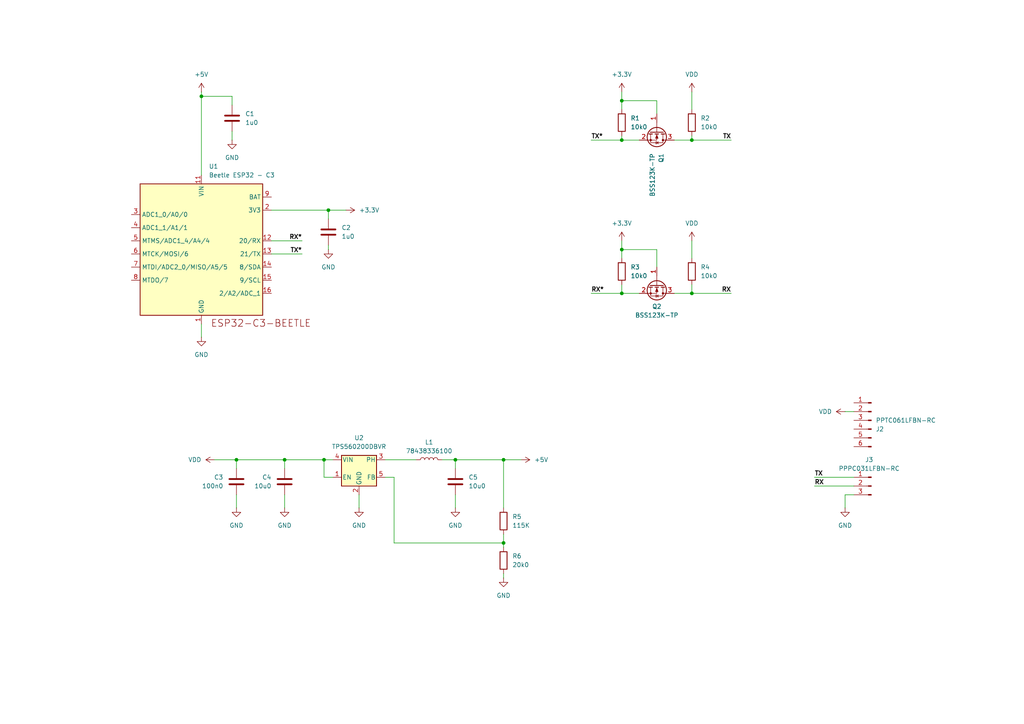
<source format=kicad_sch>
(kicad_sch (version 20250114) (generator "eeschema") (generator_version "9.0")
  (paper "A4")
  (lib_symbols
    (symbol "PPTC061LFBN-RC_1" (pin_names (offset 1.016) (hide yes))
      (property "Reference" "J" (at 0 7.62 0))
      (property "Value" "PPTC061LFBN-RC" (at 0 -10.16 0))
      (symbol "PPTC061LFBN-RC_1_1_1"
        (rectangle (start 0.8636 5.207) (end 0 4.953) (stroke (width 0.1524)) (fill (type outline)))
        (rectangle (start 0.8636 2.667) (end 0 2.413) (stroke (width 0.1524)) (fill (type outline)))
        (rectangle (start 0.8636 0.127) (end 0 -0.127) (stroke (width 0.1524)) (fill (type outline)))
        (rectangle (start 0.8636 -2.413) (end 0 -2.667) (stroke (width 0.1524)) (fill (type outline)))
        (rectangle (start 0.8636 -4.953) (end 0 -5.207) (stroke (width 0.1524)) (fill (type outline)))
        (rectangle (start 0.8636 -7.493) (end 0 -7.747) (stroke (width 0.1524)) (fill (type outline)))
        (polyline (pts (xy 1.27 5.08) (xy 0.8636 5.08)) (stroke (width 0.1524)))
        (polyline (pts (xy 1.27 2.54) (xy 0.8636 2.54)) (stroke (width 0.1524)))
        (polyline (pts (xy 1.27 0) (xy 0.8636 0)) (stroke (width 0.1524)))
        (polyline (pts (xy 1.27 -2.54) (xy 0.8636 -2.54)) (stroke (width 0.1524)))
        (polyline (pts (xy 1.27 -5.08) (xy 0.8636 -5.08)) (stroke (width 0.1524)))
        (polyline (pts (xy 1.27 -7.62) (xy 0.8636 -7.62)) (stroke (width 0.1524)))
        (pin passive line (at 5.08 5.08 180) (length 3.81) (name "Pin_1") (number "1"))
        (pin passive line (at 5.08 2.54 180) (length 3.81) (name "Pin_2") (number "2"))
        (pin passive line (at 5.08 0 180) (length 3.81) (name "Pin_3") (number "3"))
        (pin passive line (at 5.08 -2.54 180) (length 3.81) (name "Pin_4") (number "4"))
        (pin passive line (at 5.08 -5.08 180) (length 3.81) (name "Pin_5") (number "5"))
        (pin passive line (at 5.08 -7.62 180) (length 3.81) (name "Pin_6") (number "6"))
      )
    )
    (symbol "inventree:78438336100" (pin_numbers (hide yes)) (pin_names (offset 1.016) (hide yes))
      (property "Reference" "L" (at -1.27 0 90))
      (property "Value" "78438336100" (at 1.905 0 90))
      (symbol "78438336100_0_1"
        (arc (start 0 2.54) (mid 0.6323 1.905) (end 0 1.27))
        (arc (start 0 1.27) (mid 0.6323 0.635) (end 0 0))
        (arc (start 0 0) (mid 0.6323 -0.635) (end 0 -1.27))
        (arc (start 0 -1.27) (mid 0.6323 -1.905) (end 0 -2.54))
      )
      (symbol "78438336100_1_1"
        (pin passive line (at 0 3.81 270) (length 1.27) (name "1") (number "1"))
        (pin passive line (at 0 -3.81 90) (length 1.27) (name "2") (number "2"))
      )
    )
    (symbol "inventree:BSS123K-TP" (pin_names (offset 0) (hide yes))
      (property "Reference" "Q" (at 5.08 1.905 0))
      (property "Value" "BSS123K-TP" (at 5.08 0 0))
      (symbol "BSS123K-TP_0_1"
        (polyline (pts (xy 0.254 1.905) (xy 0.254 -1.905)) (stroke (width 0.254)))
        (polyline (pts (xy 0.254 0) (xy -2.54 0)))
        (polyline (pts (xy 0.762 2.286) (xy 0.762 1.27)) (stroke (width 0.254)))
        (polyline (pts (xy 0.762 0.508) (xy 0.762 -0.508)) (stroke (width 0.254)))
        (polyline (pts (xy 0.762 -1.27) (xy 0.762 -2.286)) (stroke (width 0.254)))
        (polyline (pts (xy 0.762 -1.778) (xy 3.302 -1.778) (xy 3.302 1.778) (xy 0.762 1.778)))
        (polyline (pts (xy 1.016 0) (xy 2.032 0.381) (xy 2.032 -0.381) (xy 1.016 0)) (fill (type outline)))
        (circle (center 1.651 0) (radius 2.794) (stroke (width 0.254)))
        (polyline (pts (xy 2.54 2.54) (xy 2.54 1.778)))
        (circle (center 2.54 1.778) (radius 0.254) (fill (type outline)))
        (circle (center 2.54 -1.778) (radius 0.254) (fill (type outline)))
        (polyline (pts (xy 2.54 -2.54) (xy 2.54 0) (xy 0.762 0)))
        (polyline (pts (xy 2.921 0.381) (xy 3.683 0.381)))
        (polyline (pts (xy 3.302 0.381) (xy 2.921 -0.254) (xy 3.683 -0.254) (xy 3.302 0.381)))
      )
      (symbol "BSS123K-TP_1_1"
        (pin input line (at -5.08 0 0) (length 2.54) (name "G") (number "1"))
        (pin passive line (at 2.54 5.08 270) (length 2.54) (name "D") (number "3"))
        (pin passive line (at 2.54 -5.08 90) (length 2.54) (name "S") (number "2"))
      )
    )
    (symbol "inventree:Beetle ESP32 - C3"
      (property "Reference" "U" (at -17.018 21.59 0))
      (property "Value" "Beetle ESP32 - C3" (at 1.016 21.59 0))
      (symbol "Beetle ESP32 - C3_0_1"
        (rectangle (start -17.78 20.32) (end 17.78 -17.78) (stroke (width 0.254)) (fill (type background)))
      )
      (symbol "Beetle ESP32 - C3_1_1"
        (text "ESP32-C3-BEETLE\n" (at 17.272 -20.066 0) (effects (font (size 2 2))))
        (pin bidirectional line (at -20.32 11.43 0) (length 2.54) (name "ADC1_0/A0/0") (number "3"))
        (pin bidirectional line (at -20.32 7.62 0) (length 2.54) (name "ADC1_1/A1/1") (number "4"))
        (pin bidirectional line (at -20.32 3.81 0) (length 2.54) (name "MTMS/ADC1_4/A4/4") (number "5"))
        (pin bidirectional line (at -20.32 0 0) (length 2.54) (name "MTCK/MOSI/6") (number "6"))
        (pin bidirectional line (at -20.32 -3.81 0) (length 2.54) (name "MTDI/ADC2_0/MISO/A5/5") (number "7"))
        (pin bidirectional line (at -20.32 -7.62 0) (length 2.54) (name "MTDO/7") (number "8"))
        (pin power_in line (at 0 22.86 270) (length 2.54) (name "VIN") (number "11"))
        (pin power_in line (at 0 -20.32 90) (length 2.54) (name "GND") (number "1"))
        (pin power_in line (at 0 -20.32 90) (length 2.54) (hide yes) (name "GND") (number "10"))
        (pin bidirectional line (at 20.32 16.51 180) (length 2.54) (name "BAT") (number "9"))
        (pin bidirectional line (at 20.32 12.7 180) (length 2.54) (name "3V3") (number "2"))
        (pin bidirectional line (at 20.32 3.81 180) (length 2.54) (name "20/RX") (number "12"))
        (pin bidirectional line (at 20.32 0 180) (length 2.54) (name "21/TX") (number "13"))
        (pin bidirectional line (at 20.32 -3.81 180) (length 2.54) (name "8/SDA") (number "14"))
        (pin bidirectional line (at 20.32 -7.62 180) (length 2.54) (name "9/SCL") (number "15"))
        (pin bidirectional line (at 20.32 -11.43 180) (length 2.54) (name "2/A2/ADC_1") (number "16"))
      )
    )
    (symbol "inventree:C_100n0_0603_100V_10%_X7R" (pin_numbers (hide yes)) (pin_names (offset 0.254))
      (property "Reference" "C" (at 0.635 2.54 0))
      (property "Value" "100n0" (at 0.635 -2.54 0))
      (symbol "C_100n0_0603_100V_10%_X7R_0_1"
        (polyline (pts (xy -2.032 0.762) (xy 2.032 0.762)) (stroke (width 0.508)))
        (polyline (pts (xy -2.032 -0.762) (xy 2.032 -0.762)) (stroke (width 0.508)))
      )
      (symbol "C_100n0_0603_100V_10%_X7R_1_1"
        (pin passive line (at 0 3.81 270) (length 2.794) (name "~") (number "1"))
        (pin passive line (at 0 -3.81 90) (length 2.794) (name "~") (number "2"))
      )
    )
    (symbol "inventree:C_10u0_0805_16V_20%_X5R" (pin_numbers (hide yes)) (pin_names (offset 0.254))
      (property "Reference" "C" (at 0.635 2.54 0))
      (property "Value" "10u0" (at 0.635 -2.54 0))
      (symbol "C_10u0_0805_16V_20%_X5R_0_1"
        (polyline (pts (xy -2.032 0.762) (xy 2.032 0.762)) (stroke (width 0.508)))
        (polyline (pts (xy -2.032 -0.762) (xy 2.032 -0.762)) (stroke (width 0.508)))
      )
      (symbol "C_10u0_0805_16V_20%_X5R_1_1"
        (pin passive line (at 0 3.81 270) (length 2.794) (name "~") (number "1"))
        (pin passive line (at 0 -3.81 90) (length 2.794) (name "~") (number "2"))
      )
    )
    (symbol "inventree:C_1u0_0805_35V_10%_X7R" (pin_numbers (hide yes)) (pin_names (offset 0.254))
      (property "Reference" "C" (at 0.635 2.54 0))
      (property "Value" "1u0" (at 0.635 -2.54 0))
      (symbol "C_1u0_0805_35V_10%_X7R_0_1"
        (polyline (pts (xy -2.032 0.762) (xy 2.032 0.762)) (stroke (width 0.508)))
        (polyline (pts (xy -2.032 -0.762) (xy 2.032 -0.762)) (stroke (width 0.508)))
      )
      (symbol "C_1u0_0805_35V_10%_X7R_1_1"
        (pin passive line (at 0 3.81 270) (length 2.794) (name "~") (number "1"))
        (pin passive line (at 0 -3.81 90) (length 2.794) (name "~") (number "2"))
      )
    )
    (symbol "inventree:PPPC031LFBN-RC" (pin_names (offset 1.016) (hide yes))
      (property "Reference" "J" (at 0 5.08 0))
      (property "Value" "PPPC031LFBN-RC" (at 0 -5.08 0))
      (symbol "PPPC031LFBN-RC_1_1"
        (rectangle (start 0.8636 2.667) (end 0 2.413) (stroke (width 0.1524)) (fill (type outline)))
        (rectangle (start 0.8636 0.127) (end 0 -0.127) (stroke (width 0.1524)) (fill (type outline)))
        (rectangle (start 0.8636 -2.413) (end 0 -2.667) (stroke (width 0.1524)) (fill (type outline)))
        (polyline (pts (xy 1.27 2.54) (xy 0.8636 2.54)) (stroke (width 0.1524)))
        (polyline (pts (xy 1.27 0) (xy 0.8636 0)) (stroke (width 0.1524)))
        (polyline (pts (xy 1.27 -2.54) (xy 0.8636 -2.54)) (stroke (width 0.1524)))
        (pin passive line (at 5.08 2.54 180) (length 3.81) (name "Pin_1") (number "1"))
        (pin passive line (at 5.08 0 180) (length 3.81) (name "Pin_2") (number "2"))
        (pin passive line (at 5.08 -2.54 180) (length 3.81) (name "Pin_3") (number "3"))
      )
    )
    (symbol "inventree:R_10k0_0603_0.100W_1%" (pin_numbers (hide yes)) (pin_names (offset 0))
      (property "Reference" "R" (at 2.032 0 90))
      (property "Value" "10k0" (at 0 0 90))
      (symbol "R_10k0_0603_0.100W_1%_0_1"
        (rectangle (start -1.016 -2.54) (end 1.016 2.54) (stroke (width 0.254)))
      )
      (symbol "R_10k0_0603_0.100W_1%_1_1"
        (pin passive line (at 0 3.81 270) (length 1.27) (name "~") (number "1"))
        (pin passive line (at 0 -3.81 90) (length 1.27) (name "~") (number "2"))
      )
    )
    (symbol "inventree:R_115K_0603_0.1W_1%" (pin_numbers (hide yes)) (pin_names (offset 0))
      (property "Reference" "R" (at 2.032 0 90))
      (property "Value" "115K" (at 0 0 90))
      (symbol "R_115K_0603_0.1W_1%_0_1"
        (rectangle (start -1.016 -2.54) (end 1.016 2.54) (stroke (width 0.254)))
      )
      (symbol "R_115K_0603_0.1W_1%_1_1"
        (pin passive line (at 0 3.81 270) (length 1.27) (name "~") (number "1"))
        (pin passive line (at 0 -3.81 90) (length 1.27) (name "~") (number "2"))
      )
    )
    (symbol "inventree:R_20k0_0603_0.0625W_0.1%" (pin_numbers (hide yes)) (pin_names (offset 0))
      (property "Reference" "R" (at 2.032 0 90))
      (property "Value" "20k0" (at 0 0 90))
      (symbol "R_20k0_0603_0.0625W_0.1%_0_1"
        (rectangle (start -1.016 -2.54) (end 1.016 2.54) (stroke (width 0.254)))
      )
      (symbol "R_20k0_0603_0.0625W_0.1%_1_1"
        (pin passive line (at 0 3.81 270) (length 1.27) (name "~") (number "1"))
        (pin passive line (at 0 -3.81 90) (length 1.27) (name "~") (number "2"))
      )
    )
    (symbol "inventree:TPS560200DBVR" (pin_names (offset 0.254))
      (property "Reference" "U" (at -5.08 5.08 0))
      (property "Value" "TPS560200DBVR" (at 0 5.08 0))
      (symbol "TPS560200DBVR_0_1"
        (rectangle (start -5.08 3.81) (end 5.08 -5.08) (stroke (width 0.254)) (fill (type background)))
      )
      (symbol "TPS560200DBVR_1_1"
        (pin power_in line (at -7.62 2.54 0) (length 2.54) (name "VIN") (number "4"))
        (pin input line (at -7.62 -2.54 0) (length 2.54) (name "EN") (number "1"))
        (pin power_in line (at 0 -7.62 90) (length 2.54) (name "GND") (number "2"))
        (pin power_out line (at 7.62 2.54 180) (length 2.54) (name "PH") (number "3"))
        (pin input line (at 7.62 -2.54 180) (length 2.54) (name "FB") (number "5"))
      )
    )
    (symbol "power:+3.3V" (power) (pin_numbers (hide yes)) (pin_names (offset 0) (hide yes))
      (property "Value" "+3.3V" (at 0 3.556 0))
      (symbol "+3.3V_0_1"
        (polyline (pts (xy -0.762 1.27) (xy 0 2.54)))
        (polyline (pts (xy 0 2.54) (xy 0.762 1.27)))
        (polyline (pts (xy 0 0) (xy 0 2.54)))
      )
      (symbol "+3.3V_1_1"
        (pin power_in line (at 0 0 90) (length 0) (name "~") (number "1"))
      )
    )
    (symbol "power:+5V" (power) (pin_numbers (hide yes)) (pin_names (offset 0) (hide yes))
      (property "Value" "+5V" (at 0 3.556 0))
      (symbol "+5V_0_1"
        (polyline (pts (xy -0.762 1.27) (xy 0 2.54)))
        (polyline (pts (xy 0 2.54) (xy 0.762 1.27)))
        (polyline (pts (xy 0 0) (xy 0 2.54)))
      )
      (symbol "+5V_1_1"
        (pin power_in line (at 0 0 90) (length 0) (name "~") (number "1"))
      )
    )
    (symbol "power:GND" (power) (pin_numbers (hide yes)) (pin_names (offset 0) (hide yes))
      (property "Value" "GND" (at 0 -3.81 0))
      (symbol "GND_0_1"
        (polyline (pts (xy 0 0) (xy 0 -1.27) (xy 1.27 -1.27) (xy 0 -2.54) (xy -1.27 -1.27) (xy 0 -1.27)))
      )
      (symbol "GND_1_1"
        (pin power_in line (at 0 0 270) (length 0) (name "~") (number "1"))
      )
    )
    (symbol "power:VDD" (power) (pin_numbers (hide yes)) (pin_names (offset 0) (hide yes))
      (property "Value" "VDD" (at 0 3.556 0))
      (symbol "VDD_0_1"
        (polyline (pts (xy -0.762 1.27) (xy 0 2.54)))
        (polyline (pts (xy 0 2.54) (xy 0.762 1.27)))
        (polyline (pts (xy 0 0) (xy 0 2.54)))
      )
      (symbol "VDD_1_1"
        (pin power_in line (at 0 0 90) (length 0) (name "~") (number "1"))
      )
    )
  )
  (junction (at 82.55 133.35))
  (junction (at 93.98 133.35))
  (junction (at 180.34 72.39))
  (junction (at 180.34 85.09))
  (junction (at 200.66 85.09))
  (junction (at 132.08 133.35))
  (junction (at 146.05 157.48))
  (junction (at 180.34 29.21))
  (junction (at 200.66 40.64))
  (junction (at 146.05 133.35))
  (junction (at 180.34 40.64))
  (junction (at 68.58 133.35))
  (junction (at 58.42 27.94))
  (junction (at 95.25 60.96))
  (wire (pts (xy 146.05 166.37) (xy 146.05 167.64)))
  (wire (pts (xy 93.98 133.35) (xy 96.52 133.35)))
  (wire (pts (xy 68.58 143.51) (xy 68.58 147.32)))
  (wire (pts (xy 190.5 77.47) (xy 190.5 72.39)))
  (wire (pts (xy 58.42 93.98) (xy 58.42 97.79)))
  (wire (pts (xy 62.23 133.35) (xy 68.58 133.35)))
  (wire (pts (xy 190.5 72.39) (xy 180.34 72.39)))
  (wire (pts (xy 180.34 69.85) (xy 180.34 72.39)))
  (wire (pts (xy 132.08 135.89) (xy 132.08 133.35)))
  (wire (pts (xy 180.34 29.21) (xy 180.34 31.75)))
  (wire (pts (xy 180.34 40.64) (xy 185.42 40.64)))
  (wire (pts (xy 114.3 138.43) (xy 114.3 157.48)))
  (wire (pts (xy 67.31 38.1) (xy 67.31 40.64)))
  (wire (pts (xy 200.66 26.67) (xy 200.66 31.75)))
  (wire (pts (xy 82.55 143.51) (xy 82.55 147.32)))
  (wire (pts (xy 195.58 85.09) (xy 200.66 85.09)))
  (wire (pts (xy 78.74 73.66) (xy 87.63 73.66)))
  (wire (pts (xy 78.74 69.85) (xy 87.63 69.85)))
  (wire (pts (xy 67.31 30.48) (xy 67.31 27.94)))
  (wire (pts (xy 93.98 138.43) (xy 93.98 133.35)))
  (wire (pts (xy 190.5 29.21) (xy 180.34 29.21)))
  (wire (pts (xy 114.3 157.48) (xy 146.05 157.48)))
  (wire (pts (xy 190.5 33.02) (xy 190.5 29.21)))
  (wire (pts (xy 200.66 85.09) (xy 212.09 85.09)))
  (wire (pts (xy 104.14 143.51) (xy 104.14 147.32)))
  (wire (pts (xy 146.05 133.35) (xy 151.13 133.35)))
  (wire (pts (xy 245.11 143.51) (xy 245.11 147.32)))
  (wire (pts (xy 146.05 154.94) (xy 146.05 157.48)))
  (wire (pts (xy 58.42 26.67) (xy 58.42 27.94)))
  (wire (pts (xy 247.65 138.43) (xy 236.22 138.43)))
  (wire (pts (xy 180.34 39.37) (xy 180.34 40.64)))
  (wire (pts (xy 200.66 69.85) (xy 200.66 74.93)))
  (wire (pts (xy 58.42 27.94) (xy 58.42 50.8)))
  (wire (pts (xy 200.66 40.64) (xy 212.09 40.64)))
  (wire (pts (xy 245.11 119.38) (xy 247.65 119.38)))
  (wire (pts (xy 180.34 85.09) (xy 185.42 85.09)))
  (wire (pts (xy 78.74 60.96) (xy 95.25 60.96)))
  (wire (pts (xy 68.58 133.35) (xy 68.58 135.89)))
  (wire (pts (xy 82.55 133.35) (xy 93.98 133.35)))
  (wire (pts (xy 180.34 72.39) (xy 180.34 74.93)))
  (wire (pts (xy 171.45 40.64) (xy 180.34 40.64)))
  (wire (pts (xy 146.05 157.48) (xy 146.05 158.75)))
  (wire (pts (xy 67.31 27.94) (xy 58.42 27.94)))
  (wire (pts (xy 95.25 60.96) (xy 95.25 63.5)))
  (wire (pts (xy 180.34 26.67) (xy 180.34 29.21)))
  (wire (pts (xy 247.65 140.97) (xy 236.22 140.97)))
  (wire (pts (xy 82.55 133.35) (xy 82.55 135.89)))
  (wire (pts (xy 195.58 40.64) (xy 200.66 40.64)))
  (wire (pts (xy 95.25 71.12) (xy 95.25 72.39)))
  (wire (pts (xy 96.52 138.43) (xy 93.98 138.43)))
  (wire (pts (xy 68.58 133.35) (xy 82.55 133.35)))
  (wire (pts (xy 132.08 143.51) (xy 132.08 147.32)))
  (wire (pts (xy 200.66 40.64) (xy 200.66 39.37)))
  (wire (pts (xy 180.34 82.55) (xy 180.34 85.09)))
  (wire (pts (xy 120.65 133.35) (xy 111.76 133.35)))
  (wire (pts (xy 95.25 60.96) (xy 100.33 60.96)))
  (wire (pts (xy 200.66 85.09) (xy 200.66 82.55)))
  (wire (pts (xy 132.08 133.35) (xy 128.27 133.35)))
  (wire (pts (xy 132.08 133.35) (xy 146.05 133.35)))
  (wire (pts (xy 247.65 143.51) (xy 245.11 143.51)))
  (wire (pts (xy 114.3 138.43) (xy 111.76 138.43)))
  (wire (pts (xy 171.45 85.09) (xy 180.34 85.09)))
  (wire (pts (xy 146.05 133.35) (xy 146.05 147.32)))
  (label "TX" (at 212.09 40.64 180) (effects (font (thickness 0.254) (bold yes))))
  (label "TX*" (at 171.45 40.64 0) (effects (font (thickness 0.254) (bold yes))))
  (label "TX*" (at 87.63 73.66 180) (effects (font (thickness 0.254) (bold yes))))
  (label "RX*" (at 171.45 85.09 0) (effects (font (thickness 0.254) (bold yes))))
  (label "RX*" (at 87.63 69.85 180) (effects (font (thickness 0.254) (bold yes))))
  (label "RX" (at 212.09 85.09 180) (effects (font (thickness 0.254) (bold yes))))
  (label "TX" (at 236.22 138.43 0) (effects (font (thickness 0.254) (bold yes))))
  (label "RX" (at 236.22 140.97 0) (effects (font (thickness 0.254) (bold yes))))
  (symbol (lib_id "inventree:C_10u0_0805_16V_20%_X5R") (at 132.08 139.7 0) (unit 1)
    (property "Reference" "C5" (at 135.89 138.4299 0) (effects (justify left)))
    (property "Value" "10u0" (at 135.89 140.9699 0) (effects (justify left)))
    (property "Footprint" "Capacitor_SMD:C_0805_2012Metric" (effects (hide yes)))
    (property "Description" "Multilayer Ceramic Capacitors MLCC - SMD/SMT 16V 10uF X5R 0805 20%" (effects (hide yes)))
    (property "InvenTree" "80" (effects (hide yes)))
    (property "Part URL" "http://192.168.10.8:1337/part/80/" (effects (hide yes)))
    (property "Package Type" "0805" (effects (hide yes)))
  )
  (symbol (lib_id "power:VDD") (at 200.66 26.67 0) (unit 1)
    (property "Reference" "#PWR010" (effects (hide yes)))
    (property "Value" "VDD" (at 200.66 21.59 0))
    (property "Description" "Power symbol creates a global label with name \"VDD\"" (effects (hide yes)))
  )
  (symbol (lib_id "inventree:BSS123K-TP") (at 190.5 38.1 270) (unit 1)
    (property "Reference" "Q1" (at 191.7701 44.45 0) (effects (justify left)))
    (property "Value" "BSS123K-TP" (at 189.2301 44.45 0) (effects (justify left)))
    (property "Footprint" "Package_TO_SOT_SMD:SOT-23" (effects (hide yes)))
    (property "Datasheet" "http://www.diodes.com/assets/Datasheets/ds30366.pdf" (effects (hide yes)))
    (property "Description" "MOSFET N-Ch Enh FET 100Vds 0.17A 20Vgs 0.35W" (effects (hide yes)))
    (property "InvenTree" "171" (effects (hide yes)))
    (property "Part URL" "http://192.168.10.8:1337/part/171/" (effects (hide yes)))
  )
  (symbol (lib_id "power:+3.3V") (at 180.34 26.67 0) (unit 1)
    (property "Reference" "#PWR018" (effects (hide yes)))
    (property "Value" "+3.3V" (at 180.34 21.59 0))
    (property "Description" "Power symbol creates a global label with name \"+3.3V\"" (effects (hide yes)))
  )
  (symbol (lib_id "inventree:C_1u0_0805_35V_10%_X7R") (at 67.31 34.29 0) (unit 1)
    (property "Reference" "C1" (at 71.12 33.0199 0) (effects (justify left)))
    (property "Value" "1u0" (at 71.12 35.5599 0) (effects (justify left)))
    (property "Footprint" "Capacitor_SMD:C_0805_2012Metric" (effects (hide yes)))
    (property "Description" "Multilayer Ceramic Capacitors MLCC - SMD/SMT 0805 35VDC 1uF 10% X7R" (effects (hide yes)))
    (property "InvenTree" "146" (effects (hide yes)))
    (property "Part URL" "http://192.168.10.8:1337/part/146/" (effects (hide yes)))
    (property "Package Type" "0805" (effects (hide yes)))
  )
  (symbol (lib_id "inventree:R_10k0_0603_0.100W_1%") (at 180.34 35.56 0) (unit 1)
    (property "Reference" "R1" (at 182.88 34.2899 0) (effects (justify left)))
    (property "Value" "10k0" (at 182.88 36.8299 0) (effects (justify left)))
    (property "Footprint" "Resistor_SMD:R_0603_1608Metric" (effects (hide yes)))
    (property "Description" "Thick Film Resistors - SMD .1watt 10kohms 1% 0603" (effects (hide yes)))
    (property "InvenTree" "85" (effects (hide yes)))
    (property "Part URL" "http://192.168.10.8:1337/part/85/" (effects (hide yes)))
    (property "Package Type" "0603" (effects (hide yes)))
  )
  (symbol (lib_id "power:+3.3V") (at 180.34 69.85 0) (unit 1)
    (property "Reference" "#PWR017" (effects (hide yes)))
    (property "Value" "+3.3V" (at 180.34 64.77 0))
    (property "Description" "Power symbol creates a global label with name \"+3.3V\"" (effects (hide yes)))
  )
  (symbol (lib_id "power:GND") (at 146.05 167.64 0) (unit 1)
    (property "Reference" "#PWR04" (effects (hide yes)))
    (property "Value" "GND" (at 146.05 172.72 0))
    (property "Description" "Power symbol creates a global label with name \"GND\" , ground" (effects (hide yes)))
  )
  (symbol (lib_id "inventree:BSS123K-TP") (at 190.5 82.55 270) (unit 1)
    (property "Reference" "Q2" (at 190.5 88.9 90))
    (property "Value" "BSS123K-TP" (at 190.5 91.44 90))
    (property "Footprint" "Package_TO_SOT_SMD:SOT-23" (effects (hide yes)))
    (property "Datasheet" "http://www.diodes.com/assets/Datasheets/ds30366.pdf" (effects (hide yes)))
    (property "Description" "MOSFET N-Ch Enh FET 100Vds 0.17A 20Vgs 0.35W" (effects (hide yes)))
    (property "InvenTree" "171" (effects (hide yes)))
    (property "Part URL" "http://192.168.10.8:1337/part/171/" (effects (hide yes)))
  )
  (symbol (lib_id "power:GND") (at 95.25 72.39 0) (unit 1)
    (property "Reference" "#PWR07" (effects (hide yes)))
    (property "Value" "GND" (at 95.25 77.47 0))
    (property "Description" "Power symbol creates a global label with name \"GND\" , ground" (effects (hide yes)))
  )
  (symbol (lib_id "inventree:PPPC031LFBN-RC") (at 252.73 140.97 0) (mirror y) (unit 1)
    (property "Reference" "J3" (at 252.095 133.35 0))
    (property "Value" "PPPC031LFBN-RC" (at 252.095 135.89 0))
    (property "Footprint" "Connector_PinSocket_2.54mm:PinSocket_1x03_P2.54mm_Vertical" (effects (hide yes)))
    (property "Description" "3 Position Header Connector 0.100\" (2.54mm) Through Hole Gold" (effects (hide yes)))
    (property "InvenTree" "259" (effects (hide yes)))
    (property "Part URL" "http://192.168.10.8:1337/part/259/" (effects (hide yes)))
  )
  (symbol (lib_id "inventree:78438336100") (at 124.46 133.35 90) (unit 1)
    (property "Reference" "L1" (at 124.46 128.27 90))
    (property "Value" "78438336100" (at 124.46 130.81 90))
    (property "Footprint" "Inductor_SMD:L_Sunlord_SWPA3010S" (effects (hide yes)))
    (property "Description" "FIXED IND 10UH 1.2A 322 MOHM SMD" (effects (hide yes)))
    (property "InvenTree" "257" (effects (hide yes)))
    (property "Part URL" "http://192.168.10.8:1337/part/257/" (effects (hide yes)))
  )
  (symbol (lib_id "power:GND") (at 68.58 147.32 0) (mirror y) (unit 1)
    (property "Reference" "#PWR09" (effects (hide yes)))
    (property "Value" "GND" (at 68.58 152.4 0))
    (property "Description" "Power symbol creates a global label with name \"GND\" , ground" (effects (hide yes)))
  )
  (symbol (lib_id "power:GND") (at 132.08 147.32 0) (unit 1)
    (property "Reference" "#PWR01" (effects (hide yes)))
    (property "Value" "GND" (at 132.08 152.4 0))
    (property "Description" "Power symbol creates a global label with name \"GND\" , ground" (effects (hide yes)))
  )
  (symbol (lib_id "power:GND") (at 245.11 147.32 0) (mirror y) (unit 1)
    (property "Reference" "#PWR012" (effects (hide yes)))
    (property "Value" "GND" (at 245.11 152.4 0))
    (property "Description" "Power symbol creates a global label with name \"GND\" , ground" (effects (hide yes)))
  )
  (symbol (lib_id "power:+3.3V") (at 100.33 60.96 270) (unit 1)
    (property "Reference" "#PWR016" (effects (hide yes)))
    (property "Value" "+3.3V" (at 104.14 60.9599 90) (effects (justify left)))
    (property "Description" "Power symbol creates a global label with name \"+3.3V\"" (effects (hide yes)))
  )
  (symbol (lib_id "inventree:TPS560200DBVR") (at 104.14 135.89 0) (unit 1)
    (property "Reference" "U2" (at 104.14 127 0))
    (property "Value" "TPS560200DBVR" (at 104.14 129.54 0))
    (property "Footprint" "Package_TO_SOT_SMD:SOT-23-5" (effects (hide yes)))
    (property "Description" "IC REG BUCK ADJ 500MA SOT23-5" (effects (hide yes)))
    (property "InvenTree" "255" (effects (hide yes)))
    (property "Part URL" "http://192.168.10.8:1337/part/255/" (effects (hide yes)))
  )
  (symbol (lib_id "power:VDD") (at 200.66 69.85 0) (unit 1)
    (property "Reference" "#PWR011" (effects (hide yes)))
    (property "Value" "VDD" (at 200.66 64.77 0))
    (property "Description" "Power symbol creates a global label with name \"VDD\"" (effects (hide yes)))
  )
  (symbol (lib_id "power:GND") (at 67.31 40.64 0) (unit 1)
    (property "Reference" "#PWR08" (effects (hide yes)))
    (property "Value" "GND" (at 67.31 45.72 0))
    (property "Description" "Power symbol creates a global label with name \"GND\" , ground" (effects (hide yes)))
  )
  (symbol (lib_id "inventree:R_10k0_0603_0.100W_1%") (at 180.34 78.74 0) (unit 1)
    (property "Reference" "R3" (at 182.88 77.4699 0) (effects (justify left)))
    (property "Value" "10k0" (at 182.88 80.0099 0) (effects (justify left)))
    (property "Footprint" "Resistor_SMD:R_0603_1608Metric" (effects (hide yes)))
    (property "Description" "Thick Film Resistors - SMD .1watt 10kohms 1% 0603" (effects (hide yes)))
    (property "InvenTree" "85" (effects (hide yes)))
    (property "Part URL" "http://192.168.10.8:1337/part/85/" (effects (hide yes)))
    (property "Package Type" "0603" (effects (hide yes)))
  )
  (symbol (lib_id "inventree:C_10u0_0805_16V_20%_X5R") (at 82.55 139.7 0) (mirror y) (unit 1)
    (property "Reference" "C4" (at 78.74 138.4299 0) (effects (justify left)))
    (property "Value" "10u0" (at 78.74 140.9699 0) (effects (justify left)))
    (property "Footprint" "Capacitor_SMD:C_0805_2012Metric" (effects (hide yes)))
    (property "Description" "Multilayer Ceramic Capacitors MLCC - SMD/SMT 16V 10uF X5R 0805 20%" (effects (hide yes)))
    (property "InvenTree" "80" (effects (hide yes)))
    (property "Part URL" "http://192.168.10.8:1337/part/80/" (effects (hide yes)))
    (property "Package Type" "0805" (effects (hide yes)))
  )
  (symbol (lib_id "power:VDD") (at 245.11 119.38 90) (unit 1)
    (property "Reference" "#PWR014" (effects (hide yes)))
    (property "Value" "VDD" (at 241.3 119.3799 90) (effects (justify left)))
    (property "Description" "Power symbol creates a global label with name \"VDD\"" (effects (hide yes)))
  )
  (symbol (lib_id "inventree:C_100n0_0603_100V_10%_X7R") (at 68.58 139.7 0) (mirror y) (unit 1)
    (property "Reference" "C3" (at 64.77 138.4299 0) (effects (justify left)))
    (property "Value" "100n0" (at 64.77 140.9699 0) (effects (justify left)))
    (property "Footprint" "Capacitor_SMD:C_0603_1608Metric" (effects (hide yes)))
    (property "Description" "Multilayer Ceramic Capacitors MLCC - SMD/SMT 100nF+/-10% 100V X7R 0603" (effects (hide yes)))
    (property "InvenTree" "60" (effects (hide yes)))
    (property "Part URL" "http://192.168.10.8:1337/part/60/" (effects (hide yes)))
    (property "Package Type" "0603" (effects (hide yes)))
    (property "Rated Voltage" "100" (effects (hide yes)))
  )
  (symbol (lib_id "power:+5V") (at 151.13 133.35 270) (unit 1)
    (property "Reference" "#PWR05" (effects (hide yes)))
    (property "Value" "+5V" (at 154.94 133.3499 90) (effects (justify left)))
    (property "Description" "Power symbol creates a global label with name \"+5V\"" (effects (hide yes)))
  )
  (symbol (lib_id "power:GND") (at 58.42 97.79 0) (unit 1)
    (property "Reference" "#PWR015" (effects (hide yes)))
    (property "Value" "GND" (at 58.42 102.87 0))
    (property "Description" "Power symbol creates a global label with name \"GND\" , ground" (effects (hide yes)))
  )
  (symbol (lib_name "PPTC061LFBN-RC_1") (lib_id "inventree:PPTC061LFBN-RC") (at 252.73 121.92 0) (mirror y) (unit 1)
    (property "Reference" "J2" (at 254 124.4601 0) (effects (justify right)))
    (property "Value" "PPTC061LFBN-RC" (at 254 121.9201 0) (effects (justify right)))
    (property "Footprint" "Connector_PinSocket_2.54mm:PinSocket_1x06_P2.54mm_Vertical" (effects (hide yes)))
    (property "Description" "6 Position Header Connector 0.100\" (2.54mm) Through Hole Tin" (effects (hide yes)))
    (property "InvenTree" "258" (effects (hide yes)))
    (property "Part URL" "http://192.168.10.8:1337/part/258/" (effects (hide yes)))
  )
  (symbol (lib_id "power:+5V") (at 58.42 26.67 0) (unit 1)
    (property "Reference" "#PWR06" (effects (hide yes)))
    (property "Value" "+5V" (at 58.42 21.59 0))
    (property "Description" "Power symbol creates a global label with name \"+5V\"" (effects (hide yes)))
  )
  (symbol (lib_id "power:GND") (at 104.14 147.32 0) (unit 1)
    (property "Reference" "#PWR03" (effects (hide yes)))
    (property "Value" "GND" (at 104.14 152.4 0))
    (property "Description" "Power symbol creates a global label with name \"GND\" , ground" (effects (hide yes)))
  )
  (symbol (lib_id "inventree:R_115K_0603_0.1W_1%") (at 146.05 151.13 0) (unit 1)
    (property "Reference" "R5" (at 148.59 149.8599 0) (effects (justify left)))
    (property "Value" "115K" (at 148.59 152.3999 0) (effects (justify left)))
    (property "Footprint" "Resistor_SMD:R_0603_1608Metric" (effects (hide yes)))
    (property "Description" "RES SMD 115K OHM 1% 1/10W 0603" (effects (hide yes)))
    (property "InvenTree" "256" (effects (hide yes)))
    (property "Part URL" "http://192.168.10.8:1337/part/256/" (effects (hide yes)))
    (property "Package Type" "0603" (effects (hide yes)))
  )
  (symbol (lib_id "power:VDD") (at 62.23 133.35 90) (unit 1)
    (property "Reference" "#PWR013" (effects (hide yes)))
    (property "Value" "VDD" (at 58.42 133.3499 90) (effects (justify left)))
    (property "Description" "Power symbol creates a global label with name \"VDD\"" (effects (hide yes)))
  )
  (symbol (lib_id "inventree:R_20k0_0603_0.0625W_0.1%") (at 146.05 162.56 0) (unit 1)
    (property "Reference" "R6" (at 148.59 161.2899 0) (effects (justify left)))
    (property "Value" "20k0" (at 148.59 163.8299 0) (effects (justify left)))
    (property "Footprint" "Resistor_SMD:R_0603_1608Metric" (effects (hide yes)))
    (property "Description" "Thin Film Resistors - SMD 20KOhm 0.1% 0603 25 PPM" (effects (hide yes)))
    (property "InvenTree" "30" (effects (hide yes)))
    (property "Part URL" "http://192.168.10.8:1337/part/30/" (effects (hide yes)))
    (property "Package Type" "0603" (effects (hide yes)))
  )
  (symbol (lib_id "inventree:Beetle ESP32 - C3") (at 58.42 73.66 0) (unit 1)
    (property "Reference" "U1" (at 60.5633 48.26 0) (effects (justify left)))
    (property "Value" "Beetle ESP32 - C3" (at 60.5633 50.8 0) (effects (justify left)))
    (property "Footprint" "RF_Module:ESP32-C3-BEETLE" (effects (hide yes)))
    (property "Description" "Beetle ESP32 - C3 (RISC-V Core Development Board) - Transceiver; 802.11 a/b/g/n (Wi-Fi, WiFi, WLAN)" (effects (hide yes)))
    (property "InvenTree" "254" (effects (hide yes)))
    (property "Part URL" "http://192.168.10.8:1337/part/254/" (effects (hide yes)))
  )
  (symbol (lib_id "inventree:R_10k0_0603_0.100W_1%") (at 200.66 35.56 0) (unit 1)
    (property "Reference" "R2" (at 203.2 34.2899 0) (effects (justify left)))
    (property "Value" "10k0" (at 203.2 36.8299 0) (effects (justify left)))
    (property "Footprint" "Resistor_SMD:R_0603_1608Metric" (effects (hide yes)))
    (property "Description" "Thick Film Resistors - SMD .1watt 10kohms 1% 0603" (effects (hide yes)))
    (property "InvenTree" "85" (effects (hide yes)))
    (property "Part URL" "http://192.168.10.8:1337/part/85/" (effects (hide yes)))
    (property "Package Type" "0603" (effects (hide yes)))
  )
  (symbol (lib_id "inventree:R_10k0_0603_0.100W_1%") (at 200.66 78.74 0) (unit 1)
    (property "Reference" "R4" (at 203.2 77.4699 0) (effects (justify left)))
    (property "Value" "10k0" (at 203.2 80.0099 0) (effects (justify left)))
    (property "Footprint" "Resistor_SMD:R_0603_1608Metric" (effects (hide yes)))
    (property "Description" "Thick Film Resistors - SMD .1watt 10kohms 1% 0603" (effects (hide yes)))
    (property "InvenTree" "85" (effects (hide yes)))
    (property "Part URL" "http://192.168.10.8:1337/part/85/" (effects (hide yes)))
    (property "Package Type" "0603" (effects (hide yes)))
  )
  (symbol (lib_id "inventree:C_1u0_0805_35V_10%_X7R") (at 95.25 67.31 0) (unit 1)
    (property "Reference" "C2" (at 99.06 66.0399 0) (effects (justify left)))
    (property "Value" "1u0" (at 99.06 68.5799 0) (effects (justify left)))
    (property "Footprint" "Capacitor_SMD:C_0805_2012Metric" (effects (hide yes)))
    (property "Description" "Multilayer Ceramic Capacitors MLCC - SMD/SMT 0805 35VDC 1uF 10% X7R" (effects (hide yes)))
    (property "InvenTree" "146" (effects (hide yes)))
    (property "Part URL" "http://192.168.10.8:1337/part/146/" (effects (hide yes)))
    (property "Package Type" "0805" (effects (hide yes)))
  )
  (symbol (lib_id "power:GND") (at 82.55 147.32 0) (mirror y) (unit 1)
    (property "Reference" "#PWR02" (effects (hide yes)))
    (property "Value" "GND" (at 82.55 152.4 0))
    (property "Description" "Power symbol creates a global label with name \"GND\" , ground" (effects (hide yes)))
  )
)
</source>
